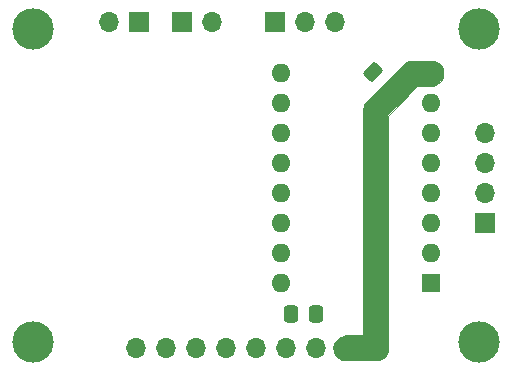
<source format=gbr>
%TF.GenerationSoftware,KiCad,Pcbnew,7.0.5*%
%TF.CreationDate,2023-07-11T15:00:58-04:00*%
%TF.ProjectId,StepperMotor_module_V2_XIAO_RP2040,53746570-7065-4724-9d6f-746f725f6d6f,rev?*%
%TF.SameCoordinates,Original*%
%TF.FileFunction,Soldermask,Bot*%
%TF.FilePolarity,Negative*%
%FSLAX46Y46*%
G04 Gerber Fmt 4.6, Leading zero omitted, Abs format (unit mm)*
G04 Created by KiCad (PCBNEW 7.0.5) date 2023-07-11 15:00:58*
%MOMM*%
%LPD*%
G01*
G04 APERTURE LIST*
G04 Aperture macros list*
%AMRoundRect*
0 Rectangle with rounded corners*
0 $1 Rounding radius*
0 $2 $3 $4 $5 $6 $7 $8 $9 X,Y pos of 4 corners*
0 Add a 4 corners polygon primitive as box body*
4,1,4,$2,$3,$4,$5,$6,$7,$8,$9,$2,$3,0*
0 Add four circle primitives for the rounded corners*
1,1,$1+$1,$2,$3*
1,1,$1+$1,$4,$5*
1,1,$1+$1,$6,$7*
1,1,$1+$1,$8,$9*
0 Add four rect primitives between the rounded corners*
20,1,$1+$1,$2,$3,$4,$5,0*
20,1,$1+$1,$4,$5,$6,$7,0*
20,1,$1+$1,$6,$7,$8,$9,0*
20,1,$1+$1,$8,$9,$2,$3,0*%
G04 Aperture macros list end*
%ADD10C,0.025400*%
%ADD11R,1.700000X1.700000*%
%ADD12O,1.700000X1.700000*%
%ADD13C,3.500000*%
%ADD14R,1.600000X1.600000*%
%ADD15O,1.600000X1.600000*%
%ADD16RoundRect,0.250000X0.574524X0.097227X0.097227X0.574524X-0.574524X-0.097227X-0.097227X-0.574524X0*%
%ADD17RoundRect,0.250000X0.337500X0.475000X-0.337500X0.475000X-0.337500X-0.475000X0.337500X-0.475000X0*%
G04 APERTURE END LIST*
D10*
X159200000Y-63400000D02*
X159500000Y-63800000D01*
X159500000Y-64500000D01*
X159300000Y-64900000D01*
X158700000Y-65300000D01*
X157300000Y-65300000D01*
X154800000Y-67800000D01*
X154800000Y-87700000D01*
X154600000Y-88200000D01*
X154100000Y-88500000D01*
X150800000Y-88500000D01*
X150300000Y-88100000D01*
X150200000Y-87500000D01*
X150300000Y-87000000D01*
X150700000Y-86600000D01*
X151300000Y-86400000D01*
X152700000Y-86400000D01*
X152700000Y-67400000D01*
X152800000Y-66900000D01*
X153200000Y-66400000D01*
X156300000Y-63300000D01*
X156600000Y-63200000D01*
X158800000Y-63200000D01*
X159200000Y-63400000D01*
G36*
X159200000Y-63400000D02*
G01*
X159500000Y-63800000D01*
X159500000Y-64500000D01*
X159300000Y-64900000D01*
X158700000Y-65300000D01*
X157300000Y-65300000D01*
X154800000Y-67800000D01*
X154800000Y-87700000D01*
X154600000Y-88200000D01*
X154100000Y-88500000D01*
X150800000Y-88500000D01*
X150300000Y-88100000D01*
X150200000Y-87500000D01*
X150300000Y-87000000D01*
X150700000Y-86600000D01*
X151300000Y-86400000D01*
X152700000Y-86400000D01*
X152700000Y-67400000D01*
X152800000Y-66900000D01*
X153200000Y-66400000D01*
X156300000Y-63300000D01*
X156600000Y-63200000D01*
X158800000Y-63200000D01*
X159200000Y-63400000D01*
G37*
D11*
%TO.C,J3*%
X145260000Y-59900000D03*
D12*
X147800000Y-59900000D03*
X150340000Y-59900000D03*
%TD*%
D13*
%TO.C,H3*%
X162500000Y-87000000D03*
%TD*%
D11*
%TO.C,J7*%
X137340000Y-59900000D03*
D12*
X139880000Y-59900000D03*
%TD*%
D11*
%TO.C,J5*%
X153775000Y-87500000D03*
D12*
X151235000Y-87500000D03*
X148695000Y-87500000D03*
X146155000Y-87500000D03*
X143615000Y-87500000D03*
X141075000Y-87500000D03*
X138535000Y-87500000D03*
X135995000Y-87500000D03*
X133455000Y-87500000D03*
%TD*%
D14*
%TO.C,A1*%
X158500000Y-82000000D03*
D15*
X158500000Y-79460000D03*
X158500000Y-76920000D03*
X158500000Y-74380000D03*
X158500000Y-71840000D03*
X158500000Y-69300000D03*
X158500000Y-66760000D03*
X158500000Y-64220000D03*
X145800000Y-64220000D03*
X145800000Y-66760000D03*
X145800000Y-69300000D03*
X145800000Y-71840000D03*
X145800000Y-74380000D03*
X145800000Y-76920000D03*
X145800000Y-79460000D03*
X145800000Y-82000000D03*
%TD*%
D11*
%TO.C,J6*%
X133700000Y-59900000D03*
D12*
X131160000Y-59900000D03*
%TD*%
D13*
%TO.C,H2*%
X124750000Y-60500000D03*
%TD*%
%TO.C,H4*%
X162500000Y-60500000D03*
%TD*%
%TO.C,H1*%
X124750000Y-87000000D03*
%TD*%
D11*
%TO.C,J4*%
X162990000Y-76920000D03*
D12*
X162990000Y-74380000D03*
X162990000Y-71840000D03*
X162990000Y-69300000D03*
%TD*%
D16*
%TO.C,C1*%
X155000000Y-65600000D03*
X153532754Y-64132754D03*
%TD*%
D17*
%TO.C,C3*%
X148687500Y-84600000D03*
X146612500Y-84600000D03*
%TD*%
M02*

</source>
